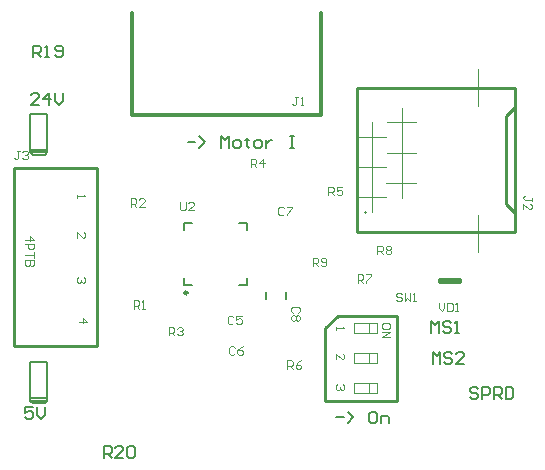
<source format=gto>
G04 Layer_Color=15132400*
%FSLAX24Y24*%
%MOIN*%
G70*
G01*
G75*
%ADD27C,0.0098*%
%ADD28C,0.0118*%
%ADD51C,0.0100*%
%ADD52C,0.0039*%
%ADD53C,0.0079*%
D27*
X15591Y15512D02*
G03*
X15591Y15512I-49J0D01*
G01*
D28*
X20049Y21437D02*
Y24636D01*
Y24833D01*
X13750Y21437D02*
Y24833D01*
Y21437D02*
X20049D01*
D51*
X20187Y11891D02*
X22589D01*
X20187Y14341D02*
X20620Y14734D01*
X22589D01*
Y11891D02*
Y14734D01*
X20187Y11891D02*
Y14341D01*
X23971Y15881D02*
Y15981D01*
X24671D01*
Y15881D02*
Y15981D01*
X23971Y15881D02*
X24671D01*
X21496Y18191D02*
Y18191D01*
X21246Y17539D02*
Y22343D01*
X26208Y18484D02*
Y21398D01*
Y18484D02*
X26523Y18169D01*
X26208Y21398D02*
X26523Y21713D01*
X21246Y17539D02*
X26494D01*
X26523Y17568D01*
X21246Y22343D02*
X26494D01*
X26523Y22314D01*
Y17568D02*
Y22314D01*
X12579Y13740D02*
Y19685D01*
X9823Y13740D02*
Y19685D01*
X12579D01*
X9823Y13740D02*
X12579D01*
D52*
X21648Y12183D02*
Y12498D01*
X21136Y12183D02*
X21923D01*
X21136Y12498D02*
X21923D01*
Y12183D02*
Y12498D01*
X21136Y12183D02*
Y12498D01*
X21648Y13183D02*
Y13498D01*
X21136Y13183D02*
X21923D01*
X21136Y13498D02*
X21923D01*
Y13183D02*
Y13498D01*
X21136Y13183D02*
Y13498D01*
X21644Y14183D02*
Y14498D01*
X21132Y14183D02*
X21919D01*
X21132Y14498D02*
X21919D01*
Y14183D02*
Y14498D01*
X21132Y14183D02*
Y14498D01*
X25285Y21752D02*
Y22972D01*
Y16870D02*
Y18091D01*
X21746Y18191D02*
Y21191D01*
X21223Y18693D02*
X22207D01*
X21234Y19694D02*
X22218D01*
X21234Y20707D02*
X22218D01*
X22234Y21203D02*
X23218D01*
X22234Y20190D02*
X23218D01*
X22223Y19189D02*
X23207D01*
X22746Y18687D02*
Y21687D01*
X23967Y15177D02*
Y14993D01*
X24058Y14902D01*
X24150Y14993D01*
Y15177D01*
X24242D02*
Y14902D01*
X24380D01*
X24426Y14947D01*
Y15131D01*
X24380Y15177D01*
X24242D01*
X24518Y14902D02*
X24609D01*
X24563D01*
Y15177D01*
X24518Y15131D01*
X27057Y18566D02*
Y18658D01*
Y18612D01*
X26827D01*
X26781Y18658D01*
Y18704D01*
X26827Y18750D01*
X26781Y18291D02*
Y18475D01*
X26965Y18291D01*
X27011D01*
X27057Y18337D01*
Y18429D01*
X27011Y18475D01*
X19268Y22037D02*
X19176D01*
X19222D01*
Y21808D01*
X19176Y21762D01*
X19131D01*
X19085Y21808D01*
X19360Y21762D02*
X19452D01*
X19406D01*
Y22037D01*
X19360Y21991D01*
X15340Y18546D02*
Y18316D01*
X15386Y18270D01*
X15478D01*
X15524Y18316D01*
Y18546D01*
X15799Y18270D02*
X15616D01*
X15799Y18454D01*
Y18500D01*
X15753Y18546D01*
X15661D01*
X15616Y18500D01*
X22733Y15466D02*
X22687Y15512D01*
X22595D01*
X22549Y15466D01*
Y15420D01*
X22595Y15374D01*
X22687D01*
X22733Y15328D01*
Y15282D01*
X22687Y15236D01*
X22595D01*
X22549Y15282D01*
X22825Y15512D02*
Y15236D01*
X22917Y15328D01*
X23008Y15236D01*
Y15512D01*
X23100Y15236D02*
X23192D01*
X23146D01*
Y15512D01*
X23100Y15466D01*
X19764Y16407D02*
Y16683D01*
X19902D01*
X19947Y16637D01*
Y16545D01*
X19902Y16499D01*
X19764D01*
X19856D02*
X19947Y16407D01*
X20039Y16453D02*
X20085Y16407D01*
X20177D01*
X20223Y16453D01*
Y16637D01*
X20177Y16683D01*
X20085D01*
X20039Y16637D01*
Y16591D01*
X20085Y16545D01*
X20223D01*
X21919Y16811D02*
Y17087D01*
X22057D01*
X22103Y17041D01*
Y16949D01*
X22057Y16903D01*
X21919D01*
X22011D02*
X22103Y16811D01*
X22195Y17041D02*
X22241Y17087D01*
X22333D01*
X22378Y17041D01*
Y16995D01*
X22333Y16949D01*
X22378Y16903D01*
Y16857D01*
X22333Y16811D01*
X22241D01*
X22195Y16857D01*
Y16903D01*
X22241Y16949D01*
X22195Y16995D01*
Y17041D01*
X22241Y16949D02*
X22333D01*
X21260Y15856D02*
Y16132D01*
X21398D01*
X21444Y16086D01*
Y15994D01*
X21398Y15948D01*
X21260D01*
X21352D02*
X21444Y15856D01*
X21535Y16132D02*
X21719D01*
Y16086D01*
X21535Y15902D01*
Y15856D01*
X18917Y12982D02*
Y13258D01*
X19055D01*
X19101Y13212D01*
Y13120D01*
X19055Y13074D01*
X18917D01*
X19009D02*
X19101Y12982D01*
X19376Y13258D02*
X19285Y13212D01*
X19193Y13120D01*
Y13028D01*
X19239Y12982D01*
X19331D01*
X19376Y13028D01*
Y13074D01*
X19331Y13120D01*
X19193D01*
X20285Y18770D02*
Y19045D01*
X20423D01*
X20469Y18999D01*
Y18907D01*
X20423Y18862D01*
X20285D01*
X20377D02*
X20469Y18770D01*
X20745Y19045D02*
X20561D01*
Y18907D01*
X20653Y18953D01*
X20699D01*
X20745Y18907D01*
Y18816D01*
X20699Y18770D01*
X20607D01*
X20561Y18816D01*
X17707Y19705D02*
Y19980D01*
X17844D01*
X17890Y19934D01*
Y19842D01*
X17844Y19797D01*
X17707D01*
X17799D02*
X17890Y19705D01*
X18120D02*
Y19980D01*
X17982Y19842D01*
X18166D01*
X14970Y14094D02*
Y14370D01*
X15108D01*
X15154Y14324D01*
Y14232D01*
X15108Y14186D01*
X14970D01*
X15062D02*
X15154Y14094D01*
X15246Y14324D02*
X15292Y14370D01*
X15384D01*
X15430Y14324D01*
Y14278D01*
X15384Y14232D01*
X15338D01*
X15384D01*
X15430Y14186D01*
Y14140D01*
X15384Y14094D01*
X15292D01*
X15246Y14140D01*
X13701Y18386D02*
Y18661D01*
X13839D01*
X13884Y18615D01*
Y18524D01*
X13839Y18478D01*
X13701D01*
X13793D02*
X13884Y18386D01*
X14160D02*
X13976D01*
X14160Y18569D01*
Y18615D01*
X14114Y18661D01*
X14022D01*
X13976Y18615D01*
X13799Y14990D02*
Y15266D01*
X13937D01*
X13983Y15220D01*
Y15128D01*
X13937Y15082D01*
X13799D01*
X13891D02*
X13983Y14990D01*
X14075D02*
X14167D01*
X14121D01*
Y15266D01*
X14075Y15220D01*
X19285Y14856D02*
X19331Y14902D01*
Y14993D01*
X19285Y15039D01*
X19101D01*
X19055Y14993D01*
Y14902D01*
X19101Y14856D01*
X19285Y14764D02*
X19331Y14718D01*
Y14626D01*
X19285Y14580D01*
X19239D01*
X19193Y14626D01*
X19147Y14580D01*
X19101D01*
X19055Y14626D01*
Y14718D01*
X19101Y14764D01*
X19147D01*
X19193Y14718D01*
X19239Y14764D01*
X19285D01*
X19193Y14718D02*
Y14626D01*
X18806Y18340D02*
X18760Y18386D01*
X18668D01*
X18622Y18340D01*
Y18156D01*
X18668Y18110D01*
X18760D01*
X18806Y18156D01*
X18898Y18386D02*
X19081D01*
Y18340D01*
X18898Y18156D01*
Y18110D01*
X17162Y13684D02*
X17116Y13730D01*
X17024D01*
X16978Y13684D01*
Y13501D01*
X17024Y13455D01*
X17116D01*
X17162Y13501D01*
X17438Y13730D02*
X17346Y13684D01*
X17254Y13592D01*
Y13501D01*
X17300Y13455D01*
X17392D01*
X17438Y13501D01*
Y13547D01*
X17392Y13592D01*
X17254D01*
X17123Y14708D02*
X17077Y14754D01*
X16985D01*
X16939Y14708D01*
Y14524D01*
X16985Y14478D01*
X17077D01*
X17123Y14524D01*
X17398Y14754D02*
X17214D01*
Y14616D01*
X17306Y14662D01*
X17352D01*
X17398Y14616D01*
Y14524D01*
X17352Y14478D01*
X17260D01*
X17214Y14524D01*
X9994Y20251D02*
X9902D01*
X9948D01*
Y20022D01*
X9902Y19976D01*
X9857D01*
X9811Y20022D01*
X10086Y20206D02*
X10132Y20251D01*
X10224D01*
X10270Y20206D01*
Y20160D01*
X10224Y20114D01*
X10178D01*
X10224D01*
X10270Y20068D01*
Y20022D01*
X10224Y19976D01*
X10132D01*
X10086Y20022D01*
X20771Y12461D02*
X20817Y12415D01*
Y12324D01*
X20771Y12278D01*
X20725D01*
X20679Y12324D01*
Y12370D01*
Y12324D01*
X20633Y12278D01*
X20587D01*
X20541Y12324D01*
Y12415D01*
X20587Y12461D01*
X22352Y14360D02*
Y14452D01*
X22306Y14498D01*
X22123D01*
X22077Y14452D01*
Y14360D01*
X22123Y14314D01*
X22306D01*
X22352Y14360D01*
X22077Y14223D02*
X22352D01*
X22077Y14039D01*
X22352D01*
X20541Y13301D02*
Y13485D01*
X20725Y13301D01*
X20771D01*
X20817Y13347D01*
Y13439D01*
X20771Y13485D01*
X20541Y14380D02*
Y14288D01*
Y14334D01*
X20817D01*
X20771Y14380D01*
X10190Y17284D02*
X10466D01*
X10328Y17421D01*
Y17238D01*
X10190Y17146D02*
X10466D01*
Y17008D01*
X10420Y16962D01*
X10328D01*
X10282Y17008D01*
Y17146D01*
X10466Y16870D02*
Y16687D01*
Y16778D01*
X10190D01*
X10466Y16595D02*
X10190D01*
Y16457D01*
X10236Y16411D01*
X10282D01*
X10328Y16457D01*
Y16595D01*
Y16457D01*
X10374Y16411D01*
X10420D01*
X10466Y16457D01*
Y16595D01*
X11909Y18780D02*
Y18688D01*
Y18734D01*
X12185D01*
X12139Y18780D01*
X11909Y17346D02*
Y17530D01*
X12093Y17346D01*
X12139D01*
X12185Y17392D01*
Y17484D01*
X12139Y17530D01*
Y16030D02*
X12185Y15984D01*
Y15892D01*
X12139Y15846D01*
X12093D01*
X12047Y15892D01*
Y15938D01*
Y15892D01*
X12001Y15846D01*
X11955D01*
X11909Y15892D01*
Y15984D01*
X11955Y16030D01*
X11959Y14542D02*
X12235D01*
X12097Y14680D01*
Y14496D01*
D53*
X15482Y15768D02*
X15728D01*
X15482D02*
Y16014D01*
Y17608D02*
Y17854D01*
X15728D01*
X17323D02*
X17569D01*
Y17608D02*
Y17854D01*
X17323Y15768D02*
X17569D01*
Y16014D01*
X18878Y15305D02*
Y15541D01*
X18209Y15305D02*
Y15541D01*
X10354Y20491D02*
Y21466D01*
X10906D01*
Y20441D02*
Y21466D01*
Y20192D02*
Y20441D01*
X10354Y20266D02*
X10906D01*
X10354Y20192D02*
Y20491D01*
Y20192D02*
X10430Y20116D01*
X10830D02*
X10906Y20192D01*
X10430Y20116D02*
X10830D01*
X10355Y20191D02*
X10430Y20116D01*
X10355Y20191D02*
X10905D01*
X10354Y12223D02*
Y13198D01*
X10906D01*
Y12173D02*
Y13198D01*
Y11924D02*
Y12173D01*
X10354Y11998D02*
X10906D01*
X10354Y11924D02*
Y12223D01*
Y11924D02*
X10430Y11848D01*
X10830D02*
X10906Y11924D01*
X10430Y11848D02*
X10830D01*
X10355Y11923D02*
X10430Y11848D01*
X10355Y11923D02*
X10905D01*
X10440Y11712D02*
X10177D01*
Y11516D01*
X10308Y11581D01*
X10374D01*
X10440Y11516D01*
Y11384D01*
X10374Y11319D01*
X10243D01*
X10177Y11384D01*
X10571Y11712D02*
Y11450D01*
X10702Y11319D01*
X10833Y11450D01*
Y11712D01*
X10642Y21780D02*
X10380D01*
X10642Y22042D01*
Y22108D01*
X10577Y22174D01*
X10446D01*
X10380Y22108D01*
X10970Y21780D02*
Y22174D01*
X10774Y21977D01*
X11036D01*
X11167Y22174D02*
Y21911D01*
X11298Y21780D01*
X11430Y21911D01*
Y22174D01*
X10443Y23364D02*
Y23757D01*
X10640D01*
X10706Y23692D01*
Y23560D01*
X10640Y23495D01*
X10443D01*
X10574D02*
X10706Y23364D01*
X10837D02*
X10968D01*
X10902D01*
Y23757D01*
X10837Y23692D01*
X11165Y23429D02*
X11230Y23364D01*
X11361D01*
X11427Y23429D01*
Y23692D01*
X11361Y23757D01*
X11230D01*
X11165Y23692D01*
Y23626D01*
X11230Y23560D01*
X11427D01*
X12795Y10020D02*
Y10413D01*
X12992D01*
X13058Y10348D01*
Y10216D01*
X12992Y10151D01*
X12795D01*
X12926D02*
X13058Y10020D01*
X13451D02*
X13189D01*
X13451Y10282D01*
Y10348D01*
X13386Y10413D01*
X13254D01*
X13189Y10348D01*
X13582D02*
X13648Y10413D01*
X13779D01*
X13845Y10348D01*
Y10085D01*
X13779Y10020D01*
X13648D01*
X13582Y10085D01*
Y10348D01*
X15591Y20541D02*
X15853D01*
X15984Y20344D02*
X16181Y20541D01*
X15984Y20738D01*
X16706Y20344D02*
Y20738D01*
X16837Y20607D01*
X16968Y20738D01*
Y20344D01*
X17165D02*
X17296D01*
X17362Y20410D01*
Y20541D01*
X17296Y20607D01*
X17165D01*
X17099Y20541D01*
Y20410D01*
X17165Y20344D01*
X17558Y20672D02*
Y20607D01*
X17493D01*
X17624D01*
X17558D01*
Y20410D01*
X17624Y20344D01*
X17886D02*
X18018D01*
X18083Y20410D01*
Y20541D01*
X18018Y20607D01*
X17886D01*
X17821Y20541D01*
Y20410D01*
X17886Y20344D01*
X18214Y20607D02*
Y20344D01*
Y20476D01*
X18280Y20541D01*
X18346Y20607D01*
X18411D01*
X19002Y20738D02*
X19133D01*
X19067D01*
Y20344D01*
X19002D01*
X19133D01*
X20531Y11358D02*
X20794D01*
X20925Y11161D02*
X21122Y11358D01*
X20925Y11555D01*
X21843D02*
X21712D01*
X21647Y11489D01*
Y11227D01*
X21712Y11161D01*
X21843D01*
X21909Y11227D01*
Y11489D01*
X21843Y11555D01*
X22040Y11161D02*
Y11424D01*
X22237D01*
X22303Y11358D01*
Y11161D01*
X23760Y13140D02*
Y13533D01*
X23891Y13402D01*
X24022Y13533D01*
Y13140D01*
X24416Y13468D02*
X24350Y13533D01*
X24219D01*
X24153Y13468D01*
Y13402D01*
X24219Y13337D01*
X24350D01*
X24416Y13271D01*
Y13205D01*
X24350Y13140D01*
X24219D01*
X24153Y13205D01*
X24809Y13140D02*
X24547D01*
X24809Y13402D01*
Y13468D01*
X24744Y13533D01*
X24613D01*
X24547Y13468D01*
X23720Y14183D02*
Y14577D01*
X23852Y14445D01*
X23983Y14577D01*
Y14183D01*
X24376Y14511D02*
X24311Y14577D01*
X24180D01*
X24114Y14511D01*
Y14445D01*
X24180Y14380D01*
X24311D01*
X24376Y14314D01*
Y14249D01*
X24311Y14183D01*
X24180D01*
X24114Y14249D01*
X24508Y14183D02*
X24639D01*
X24573D01*
Y14577D01*
X24508Y14511D01*
X25272Y12316D02*
X25207Y12382D01*
X25075D01*
X25010Y12316D01*
Y12251D01*
X25075Y12185D01*
X25207D01*
X25272Y12119D01*
Y12054D01*
X25207Y11988D01*
X25075D01*
X25010Y12054D01*
X25403Y11988D02*
Y12382D01*
X25600D01*
X25666Y12316D01*
Y12185D01*
X25600Y12119D01*
X25403D01*
X25797Y11988D02*
Y12382D01*
X25994D01*
X26059Y12316D01*
Y12185D01*
X25994Y12119D01*
X25797D01*
X25928D02*
X26059Y11988D01*
X26191Y12382D02*
Y11988D01*
X26387D01*
X26453Y12054D01*
Y12316D01*
X26387Y12382D01*
X26191D01*
M02*

</source>
